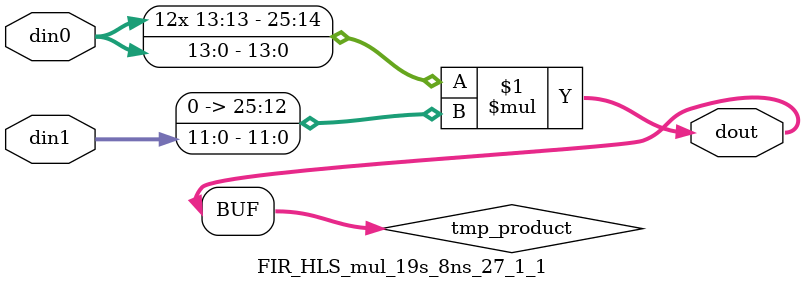
<source format=v>

`timescale 1 ns / 1 ps

 module FIR_HLS_mul_19s_8ns_27_1_1(din0, din1, dout);
parameter ID = 1;
parameter NUM_STAGE = 0;
parameter din0_WIDTH = 14;
parameter din1_WIDTH = 12;
parameter dout_WIDTH = 26;

input [din0_WIDTH - 1 : 0] din0; 
input [din1_WIDTH - 1 : 0] din1; 
output [dout_WIDTH - 1 : 0] dout;

wire signed [dout_WIDTH - 1 : 0] tmp_product;


























assign tmp_product = $signed(din0) * $signed({1'b0, din1});









assign dout = tmp_product;





















endmodule

</source>
